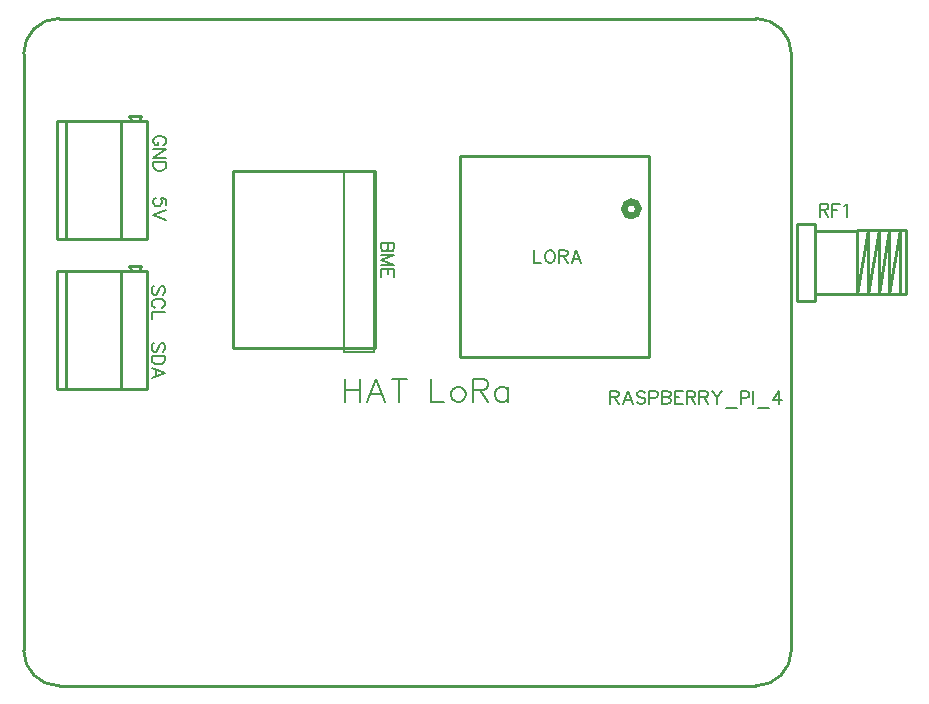
<source format=gto>
G04 Layer: TopSilkscreenLayer*
G04 EasyEDA v6.5.42, 2024-04-02 14:52:46*
G04 5a13a6d2cfb54f0dbe7fbbe2e4b841dc,acb5ada5342d49438264df6f97d5643c,10*
G04 Gerber Generator version 0.2*
G04 Scale: 100 percent, Rotated: No, Reflected: No *
G04 Dimensions in millimeters *
G04 leading zeros omitted , absolute positions ,4 integer and 5 decimal *
%FSLAX45Y45*%
%MOMM*%

%ADD10C,0.2032*%
%ADD11C,0.1524*%
%ADD12C,0.2030*%
%ADD13C,0.2540*%
%ADD14C,0.6000*%
%ADD15C,0.0132*%

%LPD*%
D10*
X3733800Y4776978D02*
G01*
X3733800Y4583176D01*
X3863086Y4776978D02*
G01*
X3863086Y4583176D01*
X3733800Y4684776D02*
G01*
X3863086Y4684776D01*
X3997959Y4776978D02*
G01*
X3924045Y4583176D01*
X3997959Y4776978D02*
G01*
X4071874Y4583176D01*
X3951731Y4647692D02*
G01*
X4044188Y4647692D01*
X4197350Y4776978D02*
G01*
X4197350Y4583176D01*
X4132834Y4776978D02*
G01*
X4262120Y4776978D01*
X4465320Y4776978D02*
G01*
X4465320Y4583176D01*
X4465320Y4583176D02*
G01*
X4576063Y4583176D01*
X4683252Y4712462D02*
G01*
X4664709Y4703063D01*
X4646422Y4684776D01*
X4637024Y4657089D01*
X4637024Y4638547D01*
X4646422Y4610862D01*
X4664709Y4592320D01*
X4683252Y4583176D01*
X4710938Y4583176D01*
X4729479Y4592320D01*
X4748022Y4610862D01*
X4757165Y4638547D01*
X4757165Y4657089D01*
X4748022Y4684776D01*
X4729479Y4703063D01*
X4710938Y4712462D01*
X4683252Y4712462D01*
X4818125Y4776978D02*
G01*
X4818125Y4583176D01*
X4818125Y4776978D02*
G01*
X4901184Y4776978D01*
X4928870Y4767834D01*
X4938268Y4758689D01*
X4947411Y4740147D01*
X4947411Y4721605D01*
X4938268Y4703063D01*
X4928870Y4693920D01*
X4901184Y4684776D01*
X4818125Y4684776D01*
X4882895Y4684776D02*
G01*
X4947411Y4583176D01*
X5119370Y4712462D02*
G01*
X5119370Y4583176D01*
X5119370Y4684776D02*
G01*
X5100827Y4703063D01*
X5082286Y4712462D01*
X5054600Y4712462D01*
X5036058Y4703063D01*
X5017770Y4684776D01*
X5008372Y4657089D01*
X5008372Y4638547D01*
X5017770Y4610862D01*
X5036058Y4592320D01*
X5054600Y4583176D01*
X5082286Y4583176D01*
X5100827Y4592320D01*
X5119370Y4610862D01*
D11*
X2195322Y5007355D02*
G01*
X2205736Y5017770D01*
X2210815Y5033263D01*
X2210815Y5054092D01*
X2205736Y5069586D01*
X2195322Y5080000D01*
X2184908Y5080000D01*
X2174493Y5074920D01*
X2169159Y5069586D01*
X2164079Y5059171D01*
X2153665Y5027929D01*
X2148586Y5017770D01*
X2143252Y5012436D01*
X2132838Y5007355D01*
X2117343Y5007355D01*
X2106929Y5017770D01*
X2101850Y5033263D01*
X2101850Y5054092D01*
X2106929Y5069586D01*
X2117343Y5080000D01*
X2210815Y4973065D02*
G01*
X2101850Y4973065D01*
X2210815Y4973065D02*
G01*
X2210815Y4936489D01*
X2205736Y4920995D01*
X2195322Y4910581D01*
X2184908Y4905502D01*
X2169159Y4900168D01*
X2143252Y4900168D01*
X2127758Y4905502D01*
X2117343Y4910581D01*
X2106929Y4920995D01*
X2101850Y4936489D01*
X2101850Y4973065D01*
X2210815Y4824476D02*
G01*
X2101850Y4865878D01*
X2210815Y4824476D02*
G01*
X2101850Y4782820D01*
X2138172Y4850384D02*
G01*
X2138172Y4798313D01*
X2197608Y6754621D02*
G01*
X2208022Y6759955D01*
X2218436Y6770370D01*
X2223515Y6780529D01*
X2223515Y6801358D01*
X2218436Y6811771D01*
X2208022Y6822186D01*
X2197608Y6827520D01*
X2181859Y6832600D01*
X2155952Y6832600D01*
X2140458Y6827520D01*
X2130043Y6822186D01*
X2119629Y6811771D01*
X2114550Y6801358D01*
X2114550Y6780529D01*
X2119629Y6770370D01*
X2130043Y6759955D01*
X2140458Y6754621D01*
X2155952Y6754621D01*
X2155952Y6780529D02*
G01*
X2155952Y6754621D01*
X2223515Y6720331D02*
G01*
X2114550Y6720331D01*
X2223515Y6720331D02*
G01*
X2114550Y6647687D01*
X2223515Y6647687D02*
G01*
X2114550Y6647687D01*
X2223515Y6613397D02*
G01*
X2114550Y6613397D01*
X2223515Y6613397D02*
G01*
X2223515Y6577076D01*
X2218436Y6561328D01*
X2208022Y6550913D01*
X2197608Y6545834D01*
X2181859Y6540500D01*
X2155952Y6540500D01*
X2140458Y6545834D01*
X2130043Y6550913D01*
X2119629Y6561328D01*
X2114550Y6577076D01*
X2114550Y6613397D01*
X4150893Y5931535D02*
G01*
X4041673Y5931535D01*
X4150893Y5931535D02*
G01*
X4150893Y5884798D01*
X4145559Y5869304D01*
X4140479Y5863970D01*
X4130065Y5858890D01*
X4119651Y5858890D01*
X4109237Y5863970D01*
X4104157Y5869304D01*
X4098823Y5884798D01*
X4098823Y5931535D02*
G01*
X4098823Y5884798D01*
X4093743Y5869304D01*
X4088409Y5863970D01*
X4077995Y5858890D01*
X4062501Y5858890D01*
X4052087Y5863970D01*
X4047007Y5869304D01*
X4041673Y5884798D01*
X4041673Y5931535D01*
X4150893Y5824601D02*
G01*
X4041673Y5824601D01*
X4150893Y5824601D02*
G01*
X4041673Y5782945D01*
X4150893Y5741543D02*
G01*
X4041673Y5782945D01*
X4150893Y5741543D02*
G01*
X4041673Y5741543D01*
X4150893Y5707253D02*
G01*
X4041673Y5707253D01*
X4150893Y5707253D02*
G01*
X4150893Y5639688D01*
X4098823Y5707253D02*
G01*
X4098823Y5665596D01*
X4041673Y5707253D02*
G01*
X4041673Y5639688D01*
X2223515Y6249670D02*
G01*
X2223515Y6301486D01*
X2176779Y6306820D01*
X2181859Y6301486D01*
X2187193Y6285992D01*
X2187193Y6270244D01*
X2181859Y6254750D01*
X2171700Y6244336D01*
X2155952Y6239255D01*
X2145538Y6239255D01*
X2130043Y6244336D01*
X2119629Y6254750D01*
X2114550Y6270244D01*
X2114550Y6285992D01*
X2119629Y6301486D01*
X2124709Y6306820D01*
X2135124Y6311900D01*
X2223515Y6204965D02*
G01*
X2114550Y6163310D01*
X2223515Y6121654D02*
G01*
X2114550Y6163310D01*
X2195322Y5489955D02*
G01*
X2205736Y5500370D01*
X2210815Y5515863D01*
X2210815Y5536692D01*
X2205736Y5552186D01*
X2195322Y5562600D01*
X2184908Y5562600D01*
X2174493Y5557520D01*
X2169159Y5552186D01*
X2164079Y5541771D01*
X2153665Y5510529D01*
X2148586Y5500370D01*
X2143252Y5495036D01*
X2132838Y5489955D01*
X2117343Y5489955D01*
X2106929Y5500370D01*
X2101850Y5515863D01*
X2101850Y5536692D01*
X2106929Y5552186D01*
X2117343Y5562600D01*
X2184908Y5377687D02*
G01*
X2195322Y5382768D01*
X2205736Y5393181D01*
X2210815Y5403595D01*
X2210815Y5424423D01*
X2205736Y5434837D01*
X2195322Y5445252D01*
X2184908Y5450331D01*
X2169159Y5455665D01*
X2143252Y5455665D01*
X2127758Y5450331D01*
X2117343Y5445252D01*
X2106929Y5434837D01*
X2101850Y5424423D01*
X2101850Y5403595D01*
X2106929Y5393181D01*
X2117343Y5382768D01*
X2127758Y5377687D01*
X2210815Y5343397D02*
G01*
X2101850Y5343397D01*
X2101850Y5343397D02*
G01*
X2101850Y5280913D01*
X5334000Y5868415D02*
G01*
X5334000Y5759450D01*
X5334000Y5759450D02*
G01*
X5396229Y5759450D01*
X5461761Y5868415D02*
G01*
X5451347Y5863336D01*
X5440934Y5852921D01*
X5435854Y5842507D01*
X5430520Y5826760D01*
X5430520Y5800852D01*
X5435854Y5785357D01*
X5440934Y5774944D01*
X5451347Y5764529D01*
X5461761Y5759450D01*
X5482590Y5759450D01*
X5493004Y5764529D01*
X5503418Y5774944D01*
X5508497Y5785357D01*
X5513831Y5800852D01*
X5513831Y5826760D01*
X5508497Y5842507D01*
X5503418Y5852921D01*
X5493004Y5863336D01*
X5482590Y5868415D01*
X5461761Y5868415D01*
X5548122Y5868415D02*
G01*
X5548122Y5759450D01*
X5548122Y5868415D02*
G01*
X5594858Y5868415D01*
X5610352Y5863336D01*
X5615686Y5858002D01*
X5620765Y5847587D01*
X5620765Y5837173D01*
X5615686Y5826760D01*
X5610352Y5821679D01*
X5594858Y5816600D01*
X5548122Y5816600D01*
X5584443Y5816600D02*
G01*
X5620765Y5759450D01*
X5696711Y5868415D02*
G01*
X5655056Y5759450D01*
X5696711Y5868415D02*
G01*
X5738113Y5759450D01*
X5670550Y5795771D02*
G01*
X5722620Y5795771D01*
X7756204Y6261112D02*
G01*
X7756204Y6152146D01*
X7756204Y6261112D02*
G01*
X7802940Y6261112D01*
X7818434Y6256032D01*
X7823768Y6250698D01*
X7828848Y6240284D01*
X7828848Y6229870D01*
X7823768Y6219456D01*
X7818434Y6214376D01*
X7802940Y6209296D01*
X7756204Y6209296D01*
X7792526Y6209296D02*
G01*
X7828848Y6152146D01*
X7863138Y6261112D02*
G01*
X7863138Y6152146D01*
X7863138Y6261112D02*
G01*
X7930702Y6261112D01*
X7863138Y6209296D02*
G01*
X7904794Y6209296D01*
X7964992Y6240284D02*
G01*
X7975406Y6245618D01*
X7991154Y6261112D01*
X7991154Y6152146D01*
X5981700Y4674615D02*
G01*
X5981700Y4565650D01*
X5981700Y4674615D02*
G01*
X6028436Y4674615D01*
X6043929Y4669536D01*
X6049263Y4664202D01*
X6054343Y4653787D01*
X6054343Y4643373D01*
X6049263Y4632960D01*
X6043929Y4627879D01*
X6028436Y4622800D01*
X5981700Y4622800D01*
X6018022Y4622800D02*
G01*
X6054343Y4565650D01*
X6130290Y4674615D02*
G01*
X6088634Y4565650D01*
X6130290Y4674615D02*
G01*
X6171945Y4565650D01*
X6104381Y4601971D02*
G01*
X6156197Y4601971D01*
X6278879Y4659121D02*
G01*
X6268465Y4669536D01*
X6252972Y4674615D01*
X6232143Y4674615D01*
X6216650Y4669536D01*
X6206236Y4659121D01*
X6206236Y4648707D01*
X6211315Y4638294D01*
X6216650Y4632960D01*
X6226809Y4627879D01*
X6258052Y4617465D01*
X6268465Y4612386D01*
X6273800Y4607052D01*
X6278879Y4596637D01*
X6278879Y4581144D01*
X6268465Y4570729D01*
X6252972Y4565650D01*
X6232143Y4565650D01*
X6216650Y4570729D01*
X6206236Y4581144D01*
X6313170Y4674615D02*
G01*
X6313170Y4565650D01*
X6313170Y4674615D02*
G01*
X6359906Y4674615D01*
X6375400Y4669536D01*
X6380734Y4664202D01*
X6385813Y4653787D01*
X6385813Y4638294D01*
X6380734Y4627879D01*
X6375400Y4622800D01*
X6359906Y4617465D01*
X6313170Y4617465D01*
X6420104Y4674615D02*
G01*
X6420104Y4565650D01*
X6420104Y4674615D02*
G01*
X6466840Y4674615D01*
X6482588Y4669536D01*
X6487668Y4664202D01*
X6493002Y4653787D01*
X6493002Y4643373D01*
X6487668Y4632960D01*
X6482588Y4627879D01*
X6466840Y4622800D01*
X6420104Y4622800D02*
G01*
X6466840Y4622800D01*
X6482588Y4617465D01*
X6487668Y4612386D01*
X6493002Y4601971D01*
X6493002Y4586223D01*
X6487668Y4575810D01*
X6482588Y4570729D01*
X6466840Y4565650D01*
X6420104Y4565650D01*
X6527291Y4674615D02*
G01*
X6527291Y4565650D01*
X6527291Y4674615D02*
G01*
X6594856Y4674615D01*
X6527291Y4622800D02*
G01*
X6568693Y4622800D01*
X6527291Y4565650D02*
G01*
X6594856Y4565650D01*
X6629145Y4674615D02*
G01*
X6629145Y4565650D01*
X6629145Y4674615D02*
G01*
X6675881Y4674615D01*
X6691375Y4669536D01*
X6696709Y4664202D01*
X6701790Y4653787D01*
X6701790Y4643373D01*
X6696709Y4632960D01*
X6691375Y4627879D01*
X6675881Y4622800D01*
X6629145Y4622800D01*
X6665468Y4622800D02*
G01*
X6701790Y4565650D01*
X6736079Y4674615D02*
G01*
X6736079Y4565650D01*
X6736079Y4674615D02*
G01*
X6782815Y4674615D01*
X6798309Y4669536D01*
X6803643Y4664202D01*
X6808724Y4653787D01*
X6808724Y4643373D01*
X6803643Y4632960D01*
X6798309Y4627879D01*
X6782815Y4622800D01*
X6736079Y4622800D01*
X6772402Y4622800D02*
G01*
X6808724Y4565650D01*
X6843013Y4674615D02*
G01*
X6884670Y4622800D01*
X6884670Y4565650D01*
X6926325Y4674615D02*
G01*
X6884670Y4622800D01*
X6960615Y4529073D02*
G01*
X7054088Y4529073D01*
X7088377Y4674615D02*
G01*
X7088377Y4565650D01*
X7088377Y4674615D02*
G01*
X7135113Y4674615D01*
X7150608Y4669536D01*
X7155941Y4664202D01*
X7161022Y4653787D01*
X7161022Y4638294D01*
X7155941Y4627879D01*
X7150608Y4622800D01*
X7135113Y4617465D01*
X7088377Y4617465D01*
X7195311Y4674615D02*
G01*
X7195311Y4565650D01*
X7229602Y4529073D02*
G01*
X7323074Y4529073D01*
X7409434Y4674615D02*
G01*
X7357363Y4601971D01*
X7435341Y4601971D01*
X7409434Y4674615D02*
G01*
X7409434Y4565650D01*
D10*
X3730752Y5195062D02*
G01*
X3730752Y5004562D01*
X3984752Y5004562D01*
X3984752Y6528562D01*
X3730752Y6528562D01*
D12*
X3730752Y6528562D02*
G01*
X3730752Y5195062D01*
D13*
X1378407Y6964298D02*
G01*
X1378407Y5964301D01*
X1992833Y6964832D02*
G01*
X2010199Y7004304D01*
X1910199Y7004304D01*
X1929892Y6964832D01*
X2060199Y6964298D02*
G01*
X2060199Y5964301D01*
X2060199Y6964298D02*
G01*
X1300200Y6964298D01*
X2060199Y5964301D02*
G01*
X1300200Y5964301D01*
X1300200Y6964298D02*
G01*
X1300200Y5964301D01*
X1840280Y6964298D02*
G01*
X1840280Y5964301D01*
X1378407Y5694298D02*
G01*
X1378407Y4694301D01*
X1992833Y5694832D02*
G01*
X2010199Y5734304D01*
X1910199Y5734304D01*
X1929892Y5694832D01*
X2060199Y5694298D02*
G01*
X2060199Y4694301D01*
X2060199Y5694298D02*
G01*
X1300200Y5694298D01*
X2060199Y4694301D02*
G01*
X1300200Y4694301D01*
X1300200Y5694298D02*
G01*
X1300200Y4694301D01*
X1840280Y5694298D02*
G01*
X1840280Y4694301D01*
X6311798Y4966588D02*
G01*
X4711801Y4966588D01*
X4711801Y6666585D01*
X6311798Y6666585D01*
X6311798Y4966588D01*
X8070616Y5499112D02*
G01*
X8163143Y6034740D01*
X8431654Y5499112D02*
G01*
X7718905Y5499112D01*
X8431654Y6034740D02*
G01*
X7718905Y6032733D01*
X7718905Y6090798D02*
G01*
X7718905Y5440796D01*
X7718905Y5440796D02*
G01*
X7566505Y5440796D01*
X8431654Y5499112D02*
G01*
X8487100Y5499112D01*
X8431654Y6034740D02*
G01*
X8486038Y6034740D01*
X8487100Y6035799D01*
X8487100Y5497799D01*
X7718905Y6090798D02*
G01*
X7566505Y6090798D01*
X7566505Y5448302D01*
X8431654Y6034740D02*
G01*
X8431654Y5499112D01*
X8344573Y5499112D02*
G01*
X8431654Y6034740D01*
X8344573Y6034740D02*
G01*
X8344573Y5499112D01*
X8255673Y5499112D02*
G01*
X8344573Y6034740D01*
X8255673Y6034740D02*
G01*
X8255673Y5499112D01*
X8163143Y5499112D02*
G01*
X8255673Y6034740D01*
X8163143Y6034740D02*
G01*
X8163143Y5499112D01*
X8070616Y6034740D02*
G01*
X8070616Y5499112D01*
X1016000Y7528560D02*
G01*
X1016000Y2479039D01*
X1315720Y2179320D02*
G01*
X7216140Y2179320D01*
X7515859Y2479039D02*
G01*
X7515859Y7528560D01*
X7216140Y7828279D02*
G01*
X1315720Y7828279D01*
G75*
G01*
X1016000Y2479319D02*
G03*
X1315974Y2179320I299999J0D01*
G75*
G01*
X7215886Y2179320D02*
G03*
X7515987Y2479319I102J299999D01*
G75*
G01*
X7515987Y7529322D02*
G03*
X7215886Y7829296I-299999J-25D01*
G75*
G01*
X1315974Y7829296D02*
G03*
X1016000Y7529322I25J-299999D01*
D14*
G75*
G01
X6221806Y6216599D02*
G03X6221806Y6216599I-59995J0D01*
D13*
X2790901Y6541185D02*
G01*
X3990898Y6541185D01*
X3990898Y5041188D01*
X2790901Y5041188D01*
X2790901Y6541185D01*
M02*

</source>
